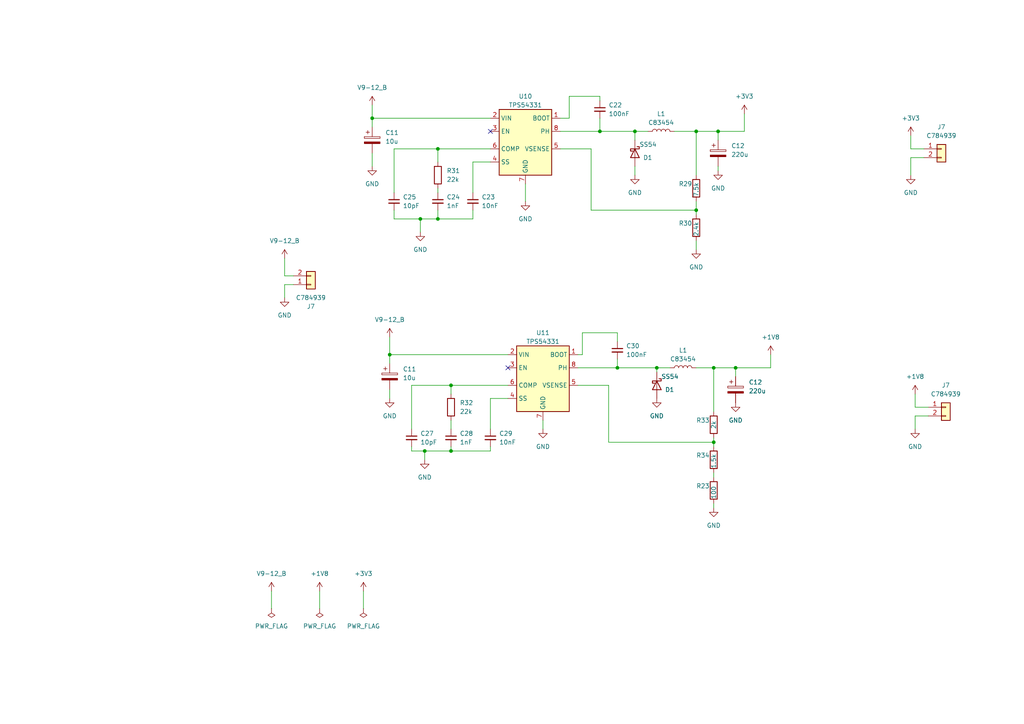
<source format=kicad_sch>
(kicad_sch (version 20230121) (generator eeschema)
  (paper "A4")
  (lib_symbols
    (symbol "Connector_Generic:Conn_01x02" (pin_names (offset 1.016) hide)
      (property "Reference" "J" (at 0 2.54 0))
      (property "Value" "Conn_01x02" (at 0 -5.08 0))
      (symbol "Conn_01x02_1_1"
        (rectangle (start -1.27 -2.413) (end 0 -2.667) (stroke (width 0.1524)))
        (rectangle (start -1.27 0.127) (end 0 -0.127) (stroke (width 0.1524)))
        (rectangle (start -1.27 1.27) (end 1.27 -3.81) (stroke (width 0.254)) (fill (type background)))
        (pin passive line (at -5.08 0 0) (length 3.81) (name "Pin_1") (number "1"))
        (pin passive line (at -5.08 -2.54 0) (length 3.81) (name "Pin_2") (number "2"))
      )
    )
    (symbol "Device:C_Polarized" (pin_numbers hide) (pin_names (offset 0.254))
      (property "Reference" "C" (at 0.635 2.54 0))
      (property "Value" "C_Polarized" (at 0.635 -2.54 0))
      (symbol "C_Polarized_0_1"
        (rectangle (start -2.286 0.508) (end 2.286 1.016))
        (polyline (pts (xy -1.778 2.286) (xy -0.762 2.286)))
        (polyline (pts (xy -1.27 2.794) (xy -1.27 1.778)))
        (rectangle (start 2.286 -0.508) (end -2.286 -1.016) (fill (type outline)))
      )
      (symbol "C_Polarized_1_1"
        (pin passive line (at 0 3.81 270) (length 2.794) (name "~") (number "1"))
        (pin passive line (at 0 -3.81 90) (length 2.794) (name "~") (number "2"))
      )
    )
    (symbol "Device:C_Small" (pin_numbers hide) (pin_names (offset 0.254) hide)
      (property "Reference" "C" (at 0.254 1.778 0))
      (property "Value" "C_Small" (at 0.254 -2.032 0))
      (symbol "C_Small_0_1"
        (polyline (pts (xy -1.524 -0.508) (xy 1.524 -0.508)) (stroke (width 0.3302)))
        (polyline (pts (xy -1.524 0.508) (xy 1.524 0.508)) (stroke (width 0.3048)))
      )
      (symbol "C_Small_1_1"
        (pin passive line (at 0 2.54 270) (length 2.032) (name "~") (number "1"))
        (pin passive line (at 0 -2.54 90) (length 2.032) (name "~") (number "2"))
      )
    )
    (symbol "Device:D_Schottky" (pin_numbers hide) (pin_names (offset 1.016) hide)
      (property "Reference" "D" (at 0 2.54 0))
      (property "Value" "D_Schottky" (at 0 -2.54 0))
      (symbol "D_Schottky_0_1"
        (polyline (pts (xy 1.27 0) (xy -1.27 0)))
        (polyline (pts (xy 1.27 1.27) (xy 1.27 -1.27) (xy -1.27 0) (xy 1.27 1.27)) (stroke (width 0.254)))
        (polyline (pts (xy -1.905 0.635) (xy -1.905 1.27) (xy -1.27 1.27) (xy -1.27 -1.27) (xy -0.635 -1.27) (xy -0.635 -0.635)) (stroke (width 0.254)))
      )
      (symbol "D_Schottky_1_1"
        (pin passive line (at -3.81 0 0) (length 2.54) (name "K") (number "1"))
        (pin passive line (at 3.81 0 180) (length 2.54) (name "A") (number "2"))
      )
    )
    (symbol "Device:L" (pin_numbers hide) (pin_names (offset 1.016) hide)
      (property "Reference" "L" (at -1.27 0 90))
      (property "Value" "L" (at 1.905 0 90))
      (symbol "L_0_1"
        (arc (start 0 -2.54) (mid 0.6323 -1.905) (end 0 -1.27))
        (arc (start 0 -1.27) (mid 0.6323 -0.635) (end 0 0))
        (arc (start 0 0) (mid 0.6323 0.635) (end 0 1.27))
        (arc (start 0 1.27) (mid 0.6323 1.905) (end 0 2.54))
      )
      (symbol "L_1_1"
        (pin passive line (at 0 3.81 270) (length 1.27) (name "1") (number "1"))
        (pin passive line (at 0 -3.81 90) (length 1.27) (name "2") (number "2"))
      )
    )
    (symbol "Device:R" (pin_numbers hide) (pin_names (offset 0))
      (property "Reference" "R" (at 2.032 0 90))
      (property "Value" "R" (at 0 0 90))
      (symbol "R_0_1"
        (rectangle (start -1.016 -2.54) (end 1.016 2.54) (stroke (width 0.254)))
      )
      (symbol "R_1_1"
        (pin passive line (at 0 3.81 270) (length 1.27) (name "~") (number "1"))
        (pin passive line (at 0 -3.81 90) (length 1.27) (name "~") (number "2"))
      )
    )
    (symbol "PowerFlags:V9-12_B" (power) (in_bom no) (on_board no)
      (property "Value" "V9-12_B" (at 0 3.81 0))
      (symbol "V9-12_B_0_1"
        (polyline (pts (xy -0.762 1.27) (xy 0 2.54)))
        (polyline (pts (xy 0 0) (xy 0 2.54)))
        (polyline (pts (xy 0 2.54) (xy 0.762 1.27)))
      )
      (symbol "V9-12_B_1_1"
        (pin power_in line (at 0 0 90) (length 0) hide (name "V9-12_B") (number "1"))
      )
    )
    (symbol "Power_ICs:TPS54331"
      (property "Reference" "U" (at 5.08 1.27 0))
      (property "Value" "TPS54331" (at -2.54 1.27 0))
      (symbol "TPS54331_0_1"
        (rectangle (start -7.62 0) (end 7.62 -19.05) (stroke (width 0.254)) (fill (type background)))
      )
      (symbol "TPS54331_1_1"
        (pin input line (at 10.16 -2.54 180) (length 2.54) (name "BOOT") (number "1"))
        (pin power_in line (at -10.16 -2.54 0) (length 2.54) (name "VIN") (number "2"))
        (pin input line (at -10.16 -6.35 0) (length 2.54) (name "EN") (number "3"))
        (pin input line (at -10.16 -15.24 0) (length 2.54) (name "SS") (number "4"))
        (pin input line (at 10.16 -11.43 180) (length 2.54) (name "VSENSE") (number "5"))
        (pin passive line (at -10.16 -11.43 0) (length 2.54) (name "COMP") (number "6"))
        (pin power_in line (at 0 -21.59 90) (length 2.54) (name "GND") (number "7"))
        (pin output line (at 10.16 -6.35 180) (length 2.54) (name "PH") (number "8"))
      )
    )
    (symbol "power:+1V8" (power) (pin_names (offset 0))
      (property "Value" "+1V8" (at 0 3.556 0))
      (symbol "+1V8_0_1"
        (polyline (pts (xy -0.762 1.27) (xy 0 2.54)))
        (polyline (pts (xy 0 0) (xy 0 2.54)))
        (polyline (pts (xy 0 2.54) (xy 0.762 1.27)))
      )
      (symbol "+1V8_1_1"
        (pin power_in line (at 0 0 90) (length 0) hide (name "+1V8") (number "1"))
      )
    )
    (symbol "power:+3V3" (power) (pin_names (offset 0))
      (property "Value" "+3V3" (at 0 3.556 0))
      (symbol "+3V3_0_1"
        (polyline (pts (xy -0.762 1.27) (xy 0 2.54)))
        (polyline (pts (xy 0 0) (xy 0 2.54)))
        (polyline (pts (xy 0 2.54) (xy 0.762 1.27)))
      )
      (symbol "+3V3_1_1"
        (pin power_in line (at 0 0 90) (length 0) hide (name "+3V3") (number "1"))
      )
    )
    (symbol "power:GND" (power) (pin_names (offset 0))
      (property "Value" "GND" (at 0 -3.81 0))
      (symbol "GND_0_1"
        (polyline (pts (xy 0 0) (xy 0 -1.27) (xy 1.27 -1.27) (xy 0 -2.54) (xy -1.27 -1.27) (xy 0 -1.27)))
      )
      (symbol "GND_1_1"
        (pin power_in line (at 0 0 270) (length 0) hide (name "GND") (number "1"))
      )
    )
    (symbol "power:PWR_FLAG" (power) (pin_numbers hide) (pin_names (offset 0) hide)
      (property "Value" "PWR_FLAG" (at 0 3.81 0))
      (symbol "PWR_FLAG_0_0"
        (pin power_out line (at 0 0 90) (length 0) (name "pwr") (number "1"))
      )
      (symbol "PWR_FLAG_0_1"
        (polyline (pts (xy 0 0) (xy 0 1.27) (xy -1.016 1.905) (xy 0 2.54) (xy 1.016 1.905) (xy 0 1.27)))
      )
    )
  )
  (junction (at 179.07 106.68))
  (junction (at 121.92 63.5))
  (junction (at 207.01 106.68))
  (junction (at 201.93 60.96))
  (junction (at 127 43.18))
  (junction (at 113.03 102.87))
  (junction (at 208.28 38.1))
  (junction (at 184.15 38.1))
  (junction (at 130.81 111.76))
  (junction (at 130.81 130.81))
  (junction (at 173.99 38.1))
  (junction (at 213.36 106.68))
  (junction (at 207.01 128.27))
  (junction (at 190.5 106.68))
  (junction (at 201.93 38.1))
  (junction (at 127 63.5))
  (junction (at 123.19 130.81))
  (junction (at 107.95 34.29))
  (no_connect (at 147.32 106.68))
  (no_connect (at 142.24 38.1))
  (wire (pts (xy 157.48 121.92) (xy 157.48 124.46)))
  (wire (pts (xy 119.38 111.76) (xy 130.81 111.76)))
  (wire (pts (xy 105.41 171.45) (xy 105.41 176.53)))
  (wire (pts (xy 82.55 82.55) (xy 85.09 82.55)))
  (wire (pts (xy 107.95 34.29) (xy 142.24 34.29)))
  (wire (pts (xy 264.16 43.18) (xy 267.97 43.18)))
  (wire (pts (xy 123.19 130.81) (xy 119.38 130.81)))
  (wire (pts (xy 147.32 111.76) (xy 130.81 111.76)))
  (wire (pts (xy 201.93 69.85) (xy 201.93 72.39)))
  (wire (pts (xy 201.93 106.68) (xy 207.01 106.68)))
  (wire (pts (xy 107.95 44.45) (xy 107.95 48.26)))
  (wire (pts (xy 267.97 45.72) (xy 264.16 45.72)))
  (wire (pts (xy 92.71 171.45) (xy 92.71 176.53)))
  (wire (pts (xy 127 60.96) (xy 127 63.5)))
  (wire (pts (xy 207.01 106.68) (xy 207.01 119.38)))
  (wire (pts (xy 223.52 102.87) (xy 223.52 106.68)))
  (wire (pts (xy 184.15 50.8) (xy 184.15 48.26)))
  (wire (pts (xy 165.1 34.29) (xy 162.56 34.29)))
  (wire (pts (xy 265.43 120.65) (xy 269.24 120.65)))
  (wire (pts (xy 142.24 130.81) (xy 142.24 129.54)))
  (wire (pts (xy 173.99 29.21) (xy 173.99 27.94)))
  (wire (pts (xy 208.28 38.1) (xy 208.28 40.64)))
  (wire (pts (xy 179.07 104.14) (xy 179.07 106.68)))
  (wire (pts (xy 207.01 106.68) (xy 213.36 106.68)))
  (wire (pts (xy 201.93 60.96) (xy 201.93 62.23)))
  (wire (pts (xy 114.3 55.88) (xy 114.3 43.18)))
  (wire (pts (xy 201.93 38.1) (xy 208.28 38.1)))
  (wire (pts (xy 213.36 106.68) (xy 223.52 106.68)))
  (wire (pts (xy 113.03 105.41) (xy 113.03 102.87)))
  (wire (pts (xy 82.55 74.93) (xy 82.55 80.01)))
  (wire (pts (xy 215.9 33.02) (xy 215.9 38.1)))
  (wire (pts (xy 207.01 127) (xy 207.01 128.27)))
  (wire (pts (xy 265.43 120.65) (xy 265.43 124.46)))
  (wire (pts (xy 201.93 38.1) (xy 201.93 50.8)))
  (wire (pts (xy 176.53 111.76) (xy 167.64 111.76)))
  (wire (pts (xy 213.36 109.22) (xy 213.36 106.68)))
  (wire (pts (xy 173.99 34.29) (xy 173.99 38.1)))
  (wire (pts (xy 85.09 80.01) (xy 82.55 80.01)))
  (wire (pts (xy 130.81 121.92) (xy 130.81 124.46)))
  (wire (pts (xy 127 43.18) (xy 127 46.99)))
  (wire (pts (xy 269.24 118.11) (xy 265.43 118.11)))
  (wire (pts (xy 119.38 130.81) (xy 119.38 129.54)))
  (wire (pts (xy 208.28 49.53) (xy 208.28 48.26)))
  (wire (pts (xy 119.38 124.46) (xy 119.38 111.76)))
  (wire (pts (xy 168.91 102.87) (xy 167.64 102.87)))
  (wire (pts (xy 121.92 63.5) (xy 121.92 67.31)))
  (wire (pts (xy 168.91 96.52) (xy 168.91 102.87)))
  (wire (pts (xy 123.19 133.35) (xy 123.19 130.81)))
  (wire (pts (xy 208.28 38.1) (xy 215.9 38.1)))
  (wire (pts (xy 201.93 58.42) (xy 201.93 60.96)))
  (wire (pts (xy 190.5 106.68) (xy 194.31 106.68)))
  (wire (pts (xy 114.3 43.18) (xy 127 43.18)))
  (wire (pts (xy 121.92 63.5) (xy 127 63.5)))
  (wire (pts (xy 171.45 43.18) (xy 162.56 43.18)))
  (wire (pts (xy 113.03 102.87) (xy 147.32 102.87)))
  (wire (pts (xy 207.01 137.16) (xy 207.01 138.43)))
  (wire (pts (xy 207.01 146.05) (xy 207.01 147.32)))
  (wire (pts (xy 207.01 128.27) (xy 176.53 128.27)))
  (wire (pts (xy 265.43 114.3) (xy 265.43 118.11)))
  (wire (pts (xy 130.81 111.76) (xy 130.81 114.3)))
  (wire (pts (xy 152.4 53.34) (xy 152.4 58.42)))
  (wire (pts (xy 173.99 38.1) (xy 184.15 38.1)))
  (wire (pts (xy 127 54.61) (xy 127 55.88)))
  (wire (pts (xy 107.95 34.29) (xy 107.95 36.83)))
  (wire (pts (xy 179.07 96.52) (xy 168.91 96.52)))
  (wire (pts (xy 176.53 128.27) (xy 176.53 111.76)))
  (wire (pts (xy 201.93 60.96) (xy 171.45 60.96)))
  (wire (pts (xy 207.01 128.27) (xy 207.01 129.54)))
  (wire (pts (xy 130.81 129.54) (xy 130.81 130.81)))
  (wire (pts (xy 113.03 97.79) (xy 113.03 102.87)))
  (wire (pts (xy 179.07 106.68) (xy 190.5 106.68)))
  (wire (pts (xy 264.16 45.72) (xy 264.16 50.8)))
  (wire (pts (xy 142.24 124.46) (xy 142.24 115.57)))
  (wire (pts (xy 78.74 171.45) (xy 78.74 176.53)))
  (wire (pts (xy 165.1 27.94) (xy 165.1 34.29)))
  (wire (pts (xy 184.15 38.1) (xy 184.15 40.64)))
  (wire (pts (xy 137.16 46.99) (xy 142.24 46.99)))
  (wire (pts (xy 167.64 106.68) (xy 179.07 106.68)))
  (wire (pts (xy 137.16 55.88) (xy 137.16 46.99)))
  (wire (pts (xy 82.55 82.55) (xy 82.55 86.36)))
  (wire (pts (xy 184.15 38.1) (xy 187.96 38.1)))
  (wire (pts (xy 179.07 99.06) (xy 179.07 96.52)))
  (wire (pts (xy 142.24 115.57) (xy 147.32 115.57)))
  (wire (pts (xy 114.3 63.5) (xy 114.3 60.96)))
  (wire (pts (xy 171.45 60.96) (xy 171.45 43.18)))
  (wire (pts (xy 123.19 130.81) (xy 130.81 130.81)))
  (wire (pts (xy 130.81 130.81) (xy 142.24 130.81)))
  (wire (pts (xy 195.58 38.1) (xy 201.93 38.1)))
  (wire (pts (xy 107.95 30.48) (xy 107.95 34.29)))
  (wire (pts (xy 173.99 27.94) (xy 165.1 27.94)))
  (wire (pts (xy 190.5 106.68) (xy 190.5 107.95)))
  (wire (pts (xy 162.56 38.1) (xy 173.99 38.1)))
  (wire (pts (xy 137.16 60.96) (xy 137.16 63.5)))
  (wire (pts (xy 264.16 39.37) (xy 264.16 43.18)))
  (wire (pts (xy 142.24 43.18) (xy 127 43.18)))
  (wire (pts (xy 113.03 113.03) (xy 113.03 115.57)))
  (wire (pts (xy 114.3 63.5) (xy 121.92 63.5)))
  (wire (pts (xy 127 63.5) (xy 137.16 63.5)))
  (symbol (lib_id "power:PWR_FLAG") (at 92.71 176.53 180) (unit 1)
    (property "Reference" "#FLG03" (effects hide))
    (property "Value" "PWR_FLAG" (at 92.71 181.61 0))
    (instances (project "fuentes" (path "" (reference "#FLG03") (unit 1)) (path "" (reference "#FLG06") (unit 1)) (path "" (reference "#FLG010") (unit 1)) (path "" (reference "#FLG010") (unit 1))))
  )
  (symbol (lib_id "power:GND") (at 213.36 116.84 0) (unit 1)
    (property "Reference" "#PWR071" (effects hide))
    (property "Value" "GND" (at 213.36 121.92 0))
  )
  (symbol (lib_id "power:+1V8") (at 92.71 171.45 0) (unit 1)
    (property "Reference" "#PWR057" (effects hide))
    (property "Value" "+1V8" (at 92.71 166.37 0))
  )
  (symbol (lib_id "power:GND") (at 82.55 86.36 0) (unit 1)
    (property "Reference" "#PWR095" (effects hide))
    (property "Value" "GND" (at 82.55 91.44 0))
    (instances (project "fuentes" (path "" (reference "#PWR095") (unit 1)) (path "" (reference "#PWR042") (unit 1))))
  )
  (symbol (lib_id "Power_ICs:TPS54331") (at 157.48 100.33 0) (unit 1)
    (property "Reference" "U11" (at 157.48 96.52 0))
    (property "Value" "TPS54331" (at 157.48 99.06 0))
    (property "Footprint" "Package_SO:SOIC-8_3.9x4.9mm_P1.27mm" (effects hide))
  )
  (symbol (lib_id "Device:R") (at 130.81 118.11 0) (unit 1)
    (property "Reference" "R32" (at 133.35 116.84 0) (effects (justify left)))
    (property "Value" "22k" (at 133.35 119.38 0) (effects (justify left)))
    (property "Footprint" "Resistor_SMD:R_0603_1608Metric" (effects hide))
  )
  (symbol (lib_id "power:+1V8") (at 223.52 102.87 0) (unit 1)
    (property "Reference" "#PWR074" (effects hide))
    (property "Value" "+1V8" (at 223.52 97.79 0))
  )
  (symbol (lib_id "PowerFlags:V9-12_B") (at 107.95 30.48 0) (unit 1) (in_bom no) (on_board no)
    (property "Reference" "#PWR093" (effects hide))
    (property "Value" "V9-12_B" (at 107.95 25.4 0))
  )
  (symbol (lib_id "Device:C_Small") (at 179.07 101.6 0) (unit 1)
    (property "Reference" "C30" (at 181.61 100.3363 0) (effects (justify left)))
    (property "Value" "100nF" (at 181.61 102.8763 0) (effects (justify left)))
    (property "Footprint" "Capacitor_SMD:C_0603_1608Metric" (effects hide))
  )
  (symbol (lib_id "power:GND") (at 208.28 49.53 0) (unit 1)
    (property "Reference" "#PWR062" (effects hide))
    (property "Value" "GND" (at 208.28 54.61 0))
  )
  (symbol (lib_id "Device:R") (at 207.01 123.19 0) (unit 1)
    (property "Reference" "R33" (at 201.93 121.92 0) (effects (justify left)))
    (property "Value" "2k" (at 207.01 124.46 90) (effects (justify left)))
    (property "Footprint" "Resistor_SMD:R_0603_1608Metric" (effects hide))
  )
  (symbol (lib_id "Device:C_Polarized") (at 113.03 109.22 0) (unit 1)
    (property "Reference" "C11" (at 116.84 107.061 0) (effects (justify left)))
    (property "Value" "10u" (at 116.84 109.601 0) (effects (justify left)))
    (property "Footprint" "Capacitor_Tantalum_SMD:CP_EIA-3216-18_Kemet-A" (effects hide))
    (instances (project "fuentes" (path "" (reference "C11") (unit 1)) (path "" (reference "C1") (unit 1)) (path "" (reference "C26") (unit 1))))
  )
  (symbol (lib_id "power:GND") (at 123.19 133.35 0) (unit 1)
    (property "Reference" "#PWR066" (effects hide))
    (property "Value" "GND" (at 123.19 138.43 0))
  )
  (symbol (lib_id "power:GND") (at 201.93 72.39 0) (unit 1)
    (property "Reference" "#PWR063" (effects hide))
    (property "Value" "GND" (at 201.93 77.47 0))
  )
  (symbol (lib_id "Device:D_Schottky") (at 190.5 111.76 270) (unit 1)
    (property "Reference" "D1" (at 195.58 113.03 90) (effects (justify right)))
    (property "Value" "SS54" (at 196.85 109.22 90) (effects (justify right)))
    (property "Footprint" "Diode_SMD:D_SMA" (effects hide))
    (instances (project "fuentes" (path "" (reference "D1") (unit 1)) (path "" (reference "D1") (unit 1)) (path "" (reference "D4") (unit 1))))
  )
  (symbol (lib_id "Power_ICs:TPS54331") (at 152.4 31.75 0) (unit 1)
    (property "Reference" "U10" (at 152.4 27.94 0))
    (property "Value" "TPS54331" (at 152.4 30.48 0))
    (property "Footprint" "Package_SO:SOIC-8_3.9x4.9mm_P1.27mm" (effects hide))
  )
  (symbol (lib_id "power:GND") (at 113.03 115.57 0) (unit 1)
    (property "Reference" "#PWR065" (effects hide))
    (property "Value" "GND" (at 113.03 120.65 0))
  )
  (symbol (lib_id "Connector_Generic:Conn_01x02") (at 273.05 43.18 0) (unit 1)
    (property "Reference" "J7" (at 273.05 36.83 0))
    (property "Value" "C784939" (at 273.05 39.37 0))
    (property "Footprint" "PowerMOSFETs:XY119A-5.0-2P" (effects hide))
  )
  (symbol (lib_id "power:GND") (at 121.92 67.31 0) (unit 1)
    (property "Reference" "#PWR058" (effects hide))
    (property "Value" "GND" (at 121.92 72.39 0))
  )
  (symbol (lib_id "power:PWR_FLAG") (at 105.41 176.53 180) (unit 1)
    (property "Reference" "#FLG03" (effects hide))
    (property "Value" "PWR_FLAG" (at 105.41 181.61 0))
    (instances (project "fuentes" (path "" (reference "#FLG03") (unit 1)) (path "" (reference "#FLG07") (unit 1)) (path "" (reference "#FLG011") (unit 1)) (path "" (reference "#FLG011") (unit 1))))
  )
  (symbol (lib_id "power:GND") (at 190.5 115.57 0) (unit 1)
    (property "Reference" "#PWR068" (effects hide))
    (property "Value" "GND" (at 190.5 120.65 0))
  )
  (symbol (lib_id "Device:R") (at 201.93 66.04 0) (unit 1)
    (property "Reference" "R30" (at 196.85 64.77 0) (effects (justify left)))
    (property "Value" "2.4k" (at 201.93 68.58 90) (effects (justify left)))
    (property "Footprint" "Resistor_SMD:R_0603_1608Metric" (effects hide))
  )
  (symbol (lib_id "Device:D_Schottky") (at 184.15 44.45 270) (unit 1)
    (property "Reference" "D1" (at 189.23 45.72 90) (effects (justify right)))
    (property "Value" "SS54" (at 190.5 41.91 90) (effects (justify right)))
    (property "Footprint" "Diode_SMD:D_SMA" (effects hide))
    (instances (project "fuentes" (path "" (reference "D1") (unit 1)) (path "" (reference "D1") (unit 1)) (path "" (reference "D3") (unit 1))))
  )
  (symbol (lib_id "power:PWR_FLAG") (at 78.74 176.53 180) (unit 1)
    (property "Reference" "#FLG02" (effects hide))
    (property "Value" "PWR_FLAG" (at 78.74 181.61 0))
    (instances (project "fuentes" (path "" (reference "#FLG02") (unit 1)) (path "" (reference "#FLG05") (unit 1)) (path "" (reference "#FLG09") (unit 1)) (path "" (reference "#FLG09") (unit 1))))
  )
  (symbol (lib_id "Device:C_Small") (at 119.38 127 0) (unit 1)
    (property "Reference" "C27" (at 121.92 125.7363 0) (effects (justify left)))
    (property "Value" "10pF" (at 121.92 128.2763 0) (effects (justify left)))
    (property "Footprint" "Capacitor_SMD:C_0603_1608Metric" (effects hide))
  )
  (symbol (lib_id "power:+1V8") (at 265.43 114.3 0) (unit 1)
    (property "Reference" "#PWR096" (effects hide))
    (property "Value" "+1V8" (at 265.43 109.22 0))
  )
  (symbol (lib_id "Device:C_Polarized") (at 208.28 44.45 0) (unit 1)
    (property "Reference" "C12" (at 212.09 42.291 0) (effects (justify left)))
    (property "Value" "220u" (at 212.09 44.831 0) (effects (justify left)))
    (property "Footprint" "Capacitor_SMD:CP_Elec_10x10" (effects hide))
    (instances (project "fuentes" (path "" (reference "C12") (unit 1)) (path "" (reference "C9") (unit 1)) (path "" (reference "C21") (unit 1))))
  )
  (symbol (lib_id "PowerFlags:V9-12_B") (at 82.55 74.93 0) (unit 1) (in_bom no) (on_board no)
    (property "Reference" "#PWR092" (effects hide))
    (property "Value" "V9-12_B" (at 82.55 69.85 0))
  )
  (symbol (lib_id "Device:C_Polarized") (at 213.36 113.03 0) (unit 1)
    (property "Reference" "C12" (at 217.17 110.871 0) (effects (justify left)))
    (property "Value" "220u" (at 217.17 113.411 0) (effects (justify left)))
    (property "Footprint" "Capacitor_SMD:CP_Elec_10x10" (effects hide))
    (instances (project "fuentes" (path "" (reference "C12") (unit 1)) (path "" (reference "C9") (unit 1)) (path "" (reference "C31") (unit 1))))
  )
  (symbol (lib_id "power:GND") (at 157.48 124.46 0) (unit 1)
    (property "Reference" "#PWR067" (effects hide))
    (property "Value" "GND" (at 157.48 129.54 0))
  )
  (symbol (lib_id "Connector_Generic:Conn_01x02") (at 274.32 118.11 0) (unit 1)
    (property "Reference" "J7" (at 274.32 111.76 0))
    (property "Value" "C784939" (at 274.32 114.3 0))
    (property "Footprint" "PowerMOSFETs:XY119A-5.0-2P" (effects hide))
    (instances (project "fuentes" (path "" (reference "J7") (unit 1)) (path "" (reference "J8") (unit 1))))
  )
  (symbol (lib_id "Device:R") (at 207.01 133.35 0) (unit 1)
    (property "Reference" "R34" (at 201.93 132.08 0) (effects (justify left)))
    (property "Value" "1.5k" (at 207.01 135.89 90) (effects (justify left)))
    (property "Footprint" "Resistor_SMD:R_0603_1608Metric" (effects hide))
  )
  (symbol (lib_id "power:+3V3") (at 264.16 39.37 0) (unit 1)
    (property "Reference" "#PWR023" (effects hide))
    (property "Value" "+3V3" (at 264.16 34.29 0))
  )
  (symbol (lib_id "power:GND") (at 184.15 50.8 0) (unit 1)
    (property "Reference" "#PWR061" (effects hide))
    (property "Value" "GND" (at 184.15 55.88 0))
  )
  (symbol (lib_id "Device:C_Small") (at 127 58.42 0) (unit 1)
    (property "Reference" "C24" (at 129.54 57.1563 0) (effects (justify left)))
    (property "Value" "1nF" (at 129.54 59.6963 0) (effects (justify left)))
    (property "Footprint" "Capacitor_SMD:C_0603_1608Metric" (effects hide))
  )
  (symbol (lib_id "Device:C_Small") (at 173.99 31.75 0) (unit 1)
    (property "Reference" "C22" (at 176.53 30.4863 0) (effects (justify left)))
    (property "Value" "100nF" (at 176.53 33.0263 0) (effects (justify left)))
    (property "Footprint" "Capacitor_SMD:C_0603_1608Metric" (effects hide))
  )
  (symbol (lib_id "Device:R") (at 207.01 142.24 0) (unit 1)
    (property "Reference" "R23" (at 201.93 140.97 0) (effects (justify left)))
    (property "Value" "100" (at 207.01 144.78 90) (effects (justify left)))
    (property "Footprint" "Resistor_SMD:R_0603_1608Metric" (effects hide))
  )
  (symbol (lib_id "power:GND") (at 207.01 147.32 0) (unit 1)
    (property "Reference" "#PWR069" (effects hide))
    (property "Value" "GND" (at 207.01 152.4 0))
  )
  (symbol (lib_id "power:+3V3") (at 105.41 171.45 0) (unit 1)
    (property "Reference" "#PWR070" (effects hide))
    (property "Value" "+3V3" (at 105.41 166.37 0))
  )
  (symbol (lib_id "Device:R") (at 127 50.8 0) (unit 1)
    (property "Reference" "R31" (at 129.54 49.53 0) (effects (justify left)))
    (property "Value" "22k" (at 129.54 52.07 0) (effects (justify left)))
    (property "Footprint" "Resistor_SMD:R_0603_1608Metric" (effects hide))
  )
  (symbol (lib_id "power:GND") (at 265.43 124.46 0) (unit 1)
    (property "Reference" "#PWR095" (effects hide))
    (property "Value" "GND" (at 265.43 129.54 0))
    (instances (project "fuentes" (path "" (reference "#PWR095") (unit 1)) (path "" (reference "#PWR097") (unit 1))))
  )
  (symbol (lib_id "power:GND") (at 152.4 58.42 0) (unit 1)
    (property "Reference" "#PWR059" (effects hide))
    (property "Value" "GND" (at 152.4 63.5 0))
  )
  (symbol (lib_id "Device:C_Small") (at 137.16 58.42 0) (unit 1)
    (property "Reference" "C23" (at 139.7 57.1563 0) (effects (justify left)))
    (property "Value" "10nF" (at 139.7 59.6963 0) (effects (justify left)))
    (property "Footprint" "Capacitor_SMD:C_0603_1608Metric" (effects hide))
  )
  (symbol (lib_id "Connector_Generic:Conn_01x02") (at 90.17 82.55 0) (mirror x) (unit 1)
    (property "Reference" "J7" (at 90.17 88.9 0))
    (property "Value" "C784939" (at 90.17 86.36 0))
    (property "Footprint" "PowerMOSFETs:XY119A-5.0-2P" (effects hide))
    (instances (project "fuentes" (path "" (reference "J7") (unit 1)) (path "" (reference "J10") (unit 1))))
  )
  (symbol (lib_id "Device:L") (at 191.77 38.1 90) (unit 1)
    (property "Reference" "L1" (at 191.77 33.02 90))
    (property "Value" "C83454" (at 191.77 35.56 90))
    (property "Footprint" "Inductor_SMD:L_Sunlord_SWPA6045S" (effects hide))
    (instances (project "fuentes" (path "" (reference "L1") (unit 1)) (path "" (reference "L1") (unit 1)) (path "" (reference "L3") (unit 1))))
  )
  (symbol (lib_id "power:+3V3") (at 215.9 33.02 0) (unit 1)
    (property "Reference" "#PWR064" (effects hide))
    (property "Value" "+3V3" (at 215.9 27.94 0))
  )
  (symbol (lib_id "PowerFlags:V9-12_B") (at 113.03 97.79 0) (unit 1) (in_bom no) (on_board no)
    (property "Reference" "#PWR094" (effects hide))
    (property "Value" "V9-12_B" (at 113.03 92.71 0))
  )
  (symbol (lib_id "Device:C_Polarized") (at 107.95 40.64 0) (unit 1)
    (property "Reference" "C11" (at 111.76 38.481 0) (effects (justify left)))
    (property "Value" "10u" (at 111.76 41.021 0) (effects (justify left)))
    (property "Footprint" "Capacitor_Tantalum_SMD:CP_EIA-3216-18_Kemet-A" (effects hide))
    (instances (project "fuentes" (path "" (reference "C11") (unit 1)) (path "" (reference "C1") (unit 1)) (path "" (reference "C13") (unit 1))))
  )
  (symbol (lib_id "Device:C_Small") (at 130.81 127 0) (unit 1)
    (property "Reference" "C28" (at 133.35 125.7363 0) (effects (justify left)))
    (property "Value" "1nF" (at 133.35 128.2763 0) (effects (justify left)))
    (property "Footprint" "Capacitor_SMD:C_0603_1608Metric" (effects hide))
  )
  (symbol (lib_id "Device:L") (at 198.12 106.68 90) (unit 1)
    (property "Reference" "L1" (at 198.12 101.6 90))
    (property "Value" "C83454" (at 198.12 104.14 90))
    (property "Footprint" "Inductor_SMD:L_Sunlord_SWPA6045S" (effects hide))
    (instances (project "fuentes" (path "" (reference "L1") (unit 1)) (path "" (reference "L1") (unit 1)) (path "" (reference "L4") (unit 1))))
  )
  (symbol (lib_id "Device:R") (at 201.93 54.61 0) (unit 1)
    (property "Reference" "R29" (at 196.85 53.34 0) (effects (justify left)))
    (property "Value" "7.5k" (at 201.93 57.15 90) (effects (justify left)))
    (property "Footprint" "Resistor_SMD:R_0603_1608Metric" (effects hide))
  )
  (symbol (lib_id "power:GND") (at 107.95 48.26 0) (unit 1)
    (property "Reference" "#PWR060" (effects hide))
    (property "Value" "GND" (at 107.95 53.34 0))
  )
  (symbol (lib_id "Device:C_Small") (at 142.24 127 0) (unit 1)
    (property "Reference" "C29" (at 144.78 125.7363 0) (effects (justify left)))
    (property "Value" "10nF" (at 144.78 128.2763 0) (effects (justify left)))
    (property "Footprint" "Capacitor_SMD:C_0603_1608Metric" (effects hide))
  )
  (symbol (lib_id "Device:C_Small") (at 114.3 58.42 0) (unit 1)
    (property "Reference" "C25" (at 116.84 57.1563 0) (effects (justify left)))
    (property "Value" "10pF" (at 116.84 59.6963 0) (effects (justify left)))
    (property "Footprint" "Capacitor_SMD:C_0603_1608Metric" (effects hide))
  )
  (symbol (lib_id "power:GND") (at 264.16 50.8 0) (unit 1)
    (property "Reference" "#PWR095" (effects hide))
    (property "Value" "GND" (at 264.16 55.88 0))
  )
  (symbol (lib_id "PowerFlags:V9-12_B") (at 78.74 171.45 0) (unit 1) (in_bom no) (on_board no)
    (property "Reference" "#PWR056" (effects hide))
    (property "Value" "V9-12_B" (at 78.74 166.37 0))
  )
)
</source>
